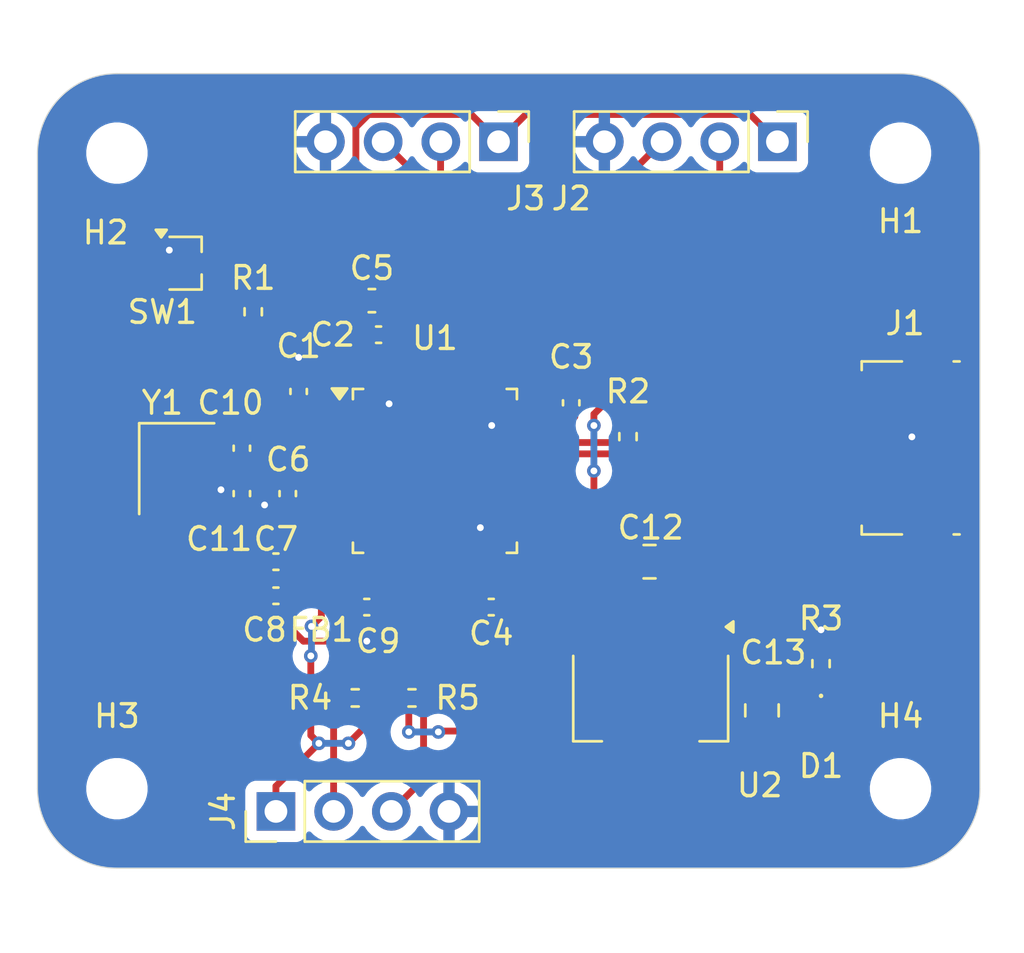
<source format=kicad_pcb>
(kicad_pcb (version 20240108) (generator "pcbnew") (generator_version "8.0")
  (layers (0 "F.Cu" signal) (31 "B.Cu" power) (34 "B.Paste" user) (35 "F.Paste" user) (36 "B.SilkS" user "B.Silkscreen") (37 "F.SilkS" user "F.Silkscreen") (38 "B.Mask" user) (39 "F.Mask" user) (44 "Edge.Cuts" user))
  (net 0 "")
  (net 1 "+3.3V")
  (net 2 "GND")
  (net 3 "+3.3VA")
  (net 4 "/NRST")
  (net 5 "/HSE_IN")
  (net 6 "/HSE_OUT")
  (net 7 "VBUS")
  (net 8 "/PWR_LED_K")
  (net 13 "/USB_D+")
  (net 16 "/USB_D-")
  (net 18 "/SWDIO")
  (net 19 "/SWCLK")
  (net 20 "/USART1_RX")
  (net 21 "/USART1_TX")
  (net 22 "/I2C2_SDA")
  (net 23 "/I2C2_SCL")
  (net 24 "Net-(U1-BOOT0)")
  (net 25 "/SW_BOOT0")
  (footprint "Package_QFP:LQFP-48_7x7mm_P0.5mm" (layer "F.Cu") (at 64 84.5)
    (property "Reference" "U1" (at 0 -5.85 0) (layer "F.SilkS"))
    (property "Value" "STM32F103C8T6")
    (fp_line (start -3.61 -3.61) (end -3.61 -3.16) (stroke (width 0.12)) (layer "F.SilkS"))
    (fp_line (start -3.61 3.61) (end -3.61 3.16) (stroke (width 0.12)) (layer "F.SilkS"))
    (fp_line (start -3.16 -3.61) (end -3.61 -3.61) (stroke (width 0.12)) (layer "F.SilkS"))
    (fp_line (start -3.16 3.61) (end -3.61 3.61) (stroke (width 0.12)) (layer "F.SilkS"))
    (fp_line (start 3.16 -3.61) (end 3.61 -3.61) (stroke (width 0.12)) (layer "F.SilkS"))
    (fp_line (start 3.16 3.61) (end 3.61 3.61) (stroke (width 0.12)) (layer "F.SilkS"))
    (fp_line (start 3.61 -3.61) (end 3.61 -3.16) (stroke (width 0.12)) (layer "F.SilkS"))
    (fp_line (start 3.61 3.61) (end 3.61 3.16) (stroke (width 0.12)) (layer "F.SilkS"))
    (fp_poly (pts (xy -4.2 -3.16) (xy -4.54 -3.63) (xy -3.86 -3.63) (xy -4.2 -3.16)) (stroke (width 0.12)) (fill solid) (layer "F.SilkS"))
    (pad "1" smd roundrect (at -4.1625 -2.75) (size 1.475 0.3) (layers "F.Cu" "F.Paste" "F.Mask") (net 1 "+3.3V"))
    (pad "2" smd roundrect (at -4.1625 -2.25) (size 1.475 0.3) (layers "F.Cu" "F.Paste" "F.Mask"))
    (pad "3" smd roundrect (at -4.1625 -1.75) (size 1.475 0.3) (layers "F.Cu" "F.Paste" "F.Mask"))
    (pad "4" smd roundrect (at -4.1625 -1.25) (size 1.475 0.3) (layers "F.Cu" "F.Paste" "F.Mask"))
    (pad "5" smd roundrect (at -4.1625 -0.75) (size 1.475 0.3) (layers "F.Cu" "F.Paste" "F.Mask") (net 5 "/HSE_IN"))
    (pad "6" smd roundrect (at -4.1625 -0.25) (size 1.475 0.3) (layers "F.Cu" "F.Paste" "F.Mask") (net 6 "/HSE_OUT"))
    (pad "7" smd roundrect (at -4.1625 0.25) (size 1.475 0.3) (layers "F.Cu" "F.Paste" "F.Mask") (net 4 "/NRST"))
    (pad "8" smd roundrect (at -4.1625 0.75) (size 1.475 0.3) (layers "F.Cu" "F.Paste" "F.Mask") (net 2 "GND"))
    (pad "9" smd roundrect (at -4.1625 1.25) (size 1.475 0.3) (layers "F.Cu" "F.Paste" "F.Mask") (net 3 "+3.3VA"))
    (pad "10" smd roundrect (at -4.1625 1.75) (size 1.475 0.3) (layers "F.Cu" "F.Paste" "F.Mask"))
    (pad "11" smd roundrect (at -4.1625 2.25) (size 1.475 0.3) (layers "F.Cu" "F.Paste" "F.Mask"))
    (pad "12" smd roundrect (at -4.1625 2.75) (size 1.475 0.3) (layers "F.Cu" "F.Paste" "F.Mask"))
    (pad "13" smd roundrect (at -2.75 4.1625) (size 0.3 1.475) (layers "F.Cu" "F.Paste" "F.Mask"))
    (pad "14" smd roundrect (at -2.25 4.1625) (size 0.3 1.475) (layers "F.Cu" "F.Paste" "F.Mask"))
    (pad "15" smd roundrect (at -1.75 4.1625) (size 0.3 1.475) (layers "F.Cu" "F.Paste" "F.Mask"))
    (pad "16" smd roundrect (at -1.25 4.1625) (size 0.3 1.475) (layers "F.Cu" "F.Paste" "F.Mask"))
    (pad "17" smd roundrect (at -0.75 4.1625) (size 0.3 1.475) (layers "F.Cu" "F.Paste" "F.Mask"))
    (pad "18" smd roundrect (at -0.25 4.1625) (size 0.3 1.475) (layers "F.Cu" "F.Paste" "F.Mask"))
    (pad "19" smd roundrect (at 0.25 4.1625) (size 0.3 1.475) (layers "F.Cu" "F.Paste" "F.Mask"))
    (pad "20" smd roundrect (at 0.75 4.1625) (size 0.3 1.475) (layers "F.Cu" "F.Paste" "F.Mask"))
    (pad "21" smd roundrect (at 1.25 4.1625) (size 0.3 1.475) (layers "F.Cu" "F.Paste" "F.Mask") (net 23 "/I2C2_SCL"))
    (pad "22" smd roundrect (at 1.75 4.1625) (size 0.3 1.475) (layers "F.Cu" "F.Paste" "F.Mask") (net 22 "/I2C2_SDA"))
    (pad "23" smd roundrect (at 2.25 4.1625) (size 0.3 1.475) (layers "F.Cu" "F.Paste" "F.Mask") (net 2 "GND"))
    (pad "24" smd roundrect (at 2.75 4.1625) (size 0.3 1.475) (layers "F.Cu" "F.Paste" "F.Mask") (net 1 "+3.3V"))
    (pad "25" smd roundrect (at 4.1625 2.75) (size 1.475 0.3) (layers "F.Cu" "F.Paste" "F.Mask"))
    (pad "26" smd roundrect (at 4.1625 2.25) (size 1.475 0.3) (layers "F.Cu" "F.Paste" "F.Mask"))
    (pad "27" smd roundrect (at 4.1625 1.75) (size 1.475 0.3) (layers "F.Cu" "F.Paste" "F.Mask"))
    (pad "28" smd roundrect (at 4.1625 1.25) (size 1.475 0.3) (layers "F.Cu" "F.Paste" "F.Mask"))
    (pad "29" smd roundrect (at 4.1625 0.75) (size 1.475 0.3) (layers "F.Cu" "F.Paste" "F.Mask"))
    (pad "30" smd roundrect (at 4.1625 0.25) (size 1.475 0.3) (layers "F.Cu" "F.Paste" "F.Mask"))
    (pad "31" smd roundrect (at 4.1625 -0.25) (size 1.475 0.3) (layers "F.Cu" "F.Paste" "F.Mask"))
    (pad "32" smd roundrect (at 4.1625 -0.75) (size 1.475 0.3) (layers "F.Cu" "F.Paste" "F.Mask") (net 16 "/USB_D-"))
    (pad "33" smd roundrect (at 4.1625 -1.25) (size 1.475 0.3) (layers "F.Cu" "F.Paste" "F.Mask") (net 13 "/USB_D+"))
    (pad "34" smd roundrect (at 4.1625 -1.75) (size 1.475 0.3) (layers "F.Cu" "F.Paste" "F.Mask") (net 18 "/SWDIO"))
    (pad "35" smd roundrect (at 4.1625 -2.25) (size 1.475 0.3) (layers "F.Cu" "F.Paste" "F.Mask") (net 2 "GND"))
    (pad "36" smd roundrect (at 4.1625 -2.75) (size 1.475 0.3) (layers "F.Cu" "F.Paste" "F.Mask") (net 1 "+3.3V"))
    (pad "37" smd roundrect (at 2.75 -4.1625) (size 0.3 1.475) (layers "F.Cu" "F.Paste" "F.Mask") (net 19 "/SWCLK"))
    (pad "38" smd roundrect (at 2.25 -4.1625) (size 0.3 1.475) (layers "F.Cu" "F.Paste" "F.Mask"))
    (pad "39" smd roundrect (at 1.75 -4.1625) (size 0.3 1.475) (layers "F.Cu" "F.Paste" "F.Mask"))
    (pad "40" smd roundrect (at 1.25 -4.1625) (size 0.3 1.475) (layers "F.Cu" "F.Paste" "F.Mask"))
    (pad "41" smd roundrect (at 0.75 -4.1625) (size 0.3 1.475) (layers "F.Cu" "F.Paste" "F.Mask"))
    (pad "42" smd roundrect (at 0.25 -4.1625) (size 0.3 1.475) (layers "F.Cu" "F.Paste" "F.Mask") (net 21 "/USART1_TX"))
    (pad "43" smd roundrect (at -0.25 -4.1625) (size 0.3 1.475) (layers "F.Cu" "F.Paste" "F.Mask") (net 20 "/USART1_RX"))
    (pad "44" smd roundrect (at -0.75 -4.1625) (size 0.3 1.475) (layers "F.Cu" "F.Paste" "F.Mask") (net 24 "Net-(U1-BOOT0)"))
    (pad "45" smd roundrect (at -1.25 -4.1625) (size 0.3 1.475) (layers "F.Cu" "F.Paste" "F.Mask"))
    (pad "46" smd roundrect (at -1.75 -4.1625) (size 0.3 1.475) (layers "F.Cu" "F.Paste" "F.Mask"))
    (pad "47" smd roundrect (at -2.25 -4.1625) (size 0.3 1.475) (layers "F.Cu" "F.Paste" "F.Mask") (net 2 "GND"))
    (pad "48" smd roundrect (at -2.75 -4.1625) (size 0.3 1.475) (layers "F.Cu" "F.Paste" "F.Mask") (net 1 "+3.3V"))
  )
  (footprint "Resistor_SMD:R_0402_1005Metric" (layer "F.Cu") (at 60.49 94.5 180)
    (property "Reference" "R4" (at 1.99 0 360) (layer "F.SilkS"))
    (property "Value" "1k5")
    (fp_line (start -0.153641 0.38) (end 0.153641 0.38) (stroke (width 0.12)) (layer "F.SilkS"))
    (fp_line (start -0.153641 -0.38) (end 0.153641 -0.38) (stroke (width 0.12)) (layer "F.SilkS"))
    (pad "1" smd roundrect (at -0.51 0 180) (size 0.54 0.64) (layers "F.Cu" "F.Paste" "F.Mask") (net 1 "+3.3V"))
    (pad "2" smd roundrect (at 0.51 0 180) (size 0.54 0.64) (layers "F.Cu" "F.Paste" "F.Mask") (net 23 "/I2C2_SCL"))
  )
  (footprint "LED_SMD:LED_0402_1005Metric" (layer "F.Cu") (at 81 95.5 -90)
    (property "Reference" "D1" (at 2 0 180) (layer "F.SilkS"))
    (property "Value" "LED")
    (fp_circle (center -1.09 0) (end -1.04 0) (stroke (width 0.1)) (fill none) (layer "F.SilkS"))
    (pad "1" smd roundrect (at -0.485 0 270) (size 0.59 0.64) (layers "F.Cu" "F.Paste" "F.Mask") (net 8 "/PWR_LED_K"))
    (pad "2" smd roundrect (at 0.485 0 270) (size 0.59 0.64) (layers "F.Cu" "F.Paste" "F.Mask") (net 1 "+3.3V"))
  )
  (footprint "Resistor_SMD:R_0402_1005Metric" (layer "F.Cu") (at 81 92.99 90)
    (property "Reference" "R3" (at 1.99 0 180) (layer "F.SilkS"))
    (property "Value" "1k5")
    (fp_line (start -0.153641 -0.38) (end 0.153641 -0.38) (stroke (width 0.12)) (layer "F.SilkS"))
    (fp_line (start -0.153641 0.38) (end 0.153641 0.38) (stroke (width 0.12)) (layer "F.SilkS"))
    (pad "1" smd roundrect (at -0.51 0 90) (size 0.54 0.64) (layers "F.Cu" "F.Paste" "F.Mask") (net 8 "/PWR_LED_K"))
    (pad "2" smd roundrect (at 0.51 0 90) (size 0.54 0.64) (layers "F.Cu" "F.Paste" "F.Mask") (net 2 "GND"))
  )
  (footprint "Inductor_SMD:L_0402_1005Metric" (layer "F.Cu") (at 59 89.015 -90)
    (property "Reference" "FB1" (at 2.485 0 180) (layer "F.SilkS"))
    (property "Value" "120R")
    (pad "1" smd roundrect (at -0.485 0 270) (size 0.59 0.64) (layers "F.Cu" "F.Paste" "F.Mask") (net 3 "+3.3VA"))
    (pad "2" smd roundrect (at 0.485 0 270) (size 0.59 0.64) (layers "F.Cu" "F.Paste" "F.Mask") (net 1 "+3.3V"))
  )
  (footprint "Connector_PinHeader_2.54mm:PinHeader_1x04_P2.54mm_Vertical" (layer "F.Cu") (at 57 99.5 90)
    (property "Reference" "J4" (at 0 -2.33 90) (layer "F.SilkS"))
    (property "Value" "Conn_01x04_Pin")
    (fp_line (start -1.33 -1.33) (end 0 -1.33) (stroke (width 0.12)) (layer "F.SilkS"))
    (fp_line (start -1.33 0) (end -1.33 -1.33) (stroke (width 0.12)) (layer "F.SilkS"))
    (fp_line (start 1.33 1.27) (end 1.33 8.95) (stroke (width 0.12)) (layer "F.SilkS"))
    (fp_line (start -1.33 1.27) (end 1.33 1.27) (stroke (width 0.12)) (layer "F.SilkS"))
    (fp_line (start -1.33 1.27) (end -1.33 8.95) (stroke (width 0.12)) (layer "F.SilkS"))
    (fp_line (start -1.33 8.95) (end 1.33 8.95) (stroke (width 0.12)) (layer "F.SilkS"))
    (pad "1" thru_hole rect (at 0 0 90) (size 1.7 1.7) (drill 1) (layers "*.Cu" "*.Mask") (net 1 "+3.3V"))
    (pad "2" thru_hole oval (at 0 2.54 90) (size 1.7 1.7) (drill 1) (layers "*.Cu" "*.Mask") (net 23 "/I2C2_SCL"))
    (pad "3" thru_hole oval (at 0 5.08 90) (size 1.7 1.7) (drill 1) (layers "*.Cu" "*.Mask") (net 22 "/I2C2_SDA"))
    (pad "4" thru_hole oval (at 0 7.62 90) (size 1.7 1.7) (drill 1) (layers "*.Cu" "*.Mask") (net 2 "GND"))
  )
  (footprint "Connector_PinHeader_2.54mm:PinHeader_1x04_P2.54mm_Vertical" (layer "F.Cu") (at 66.8 70 -90)
    (property "Reference" "J3" (at 2.5 -1.2 180) (layer "F.SilkS"))
    (property "Value" "Conn_01x04_Pin")
    (fp_line (start -1.33 8.95) (end 1.33 8.95) (stroke (width 0.12)) (layer "F.SilkS"))
    (fp_line (start -1.33 1.27) (end -1.33 8.95) (stroke (width 0.12)) (layer "F.SilkS"))
    (fp_line (start -1.33 1.27) (end 1.33 1.27) (stroke (width 0.12)) (layer "F.SilkS"))
    (fp_line (start 1.33 1.27) (end 1.33 8.95) (stroke (width 0.12)) (layer "F.SilkS"))
    (fp_line (start -1.33 0) (end -1.33 -1.33) (stroke (width 0.12)) (layer "F.SilkS"))
    (fp_line (start -1.33 -1.33) (end 0 -1.33) (stroke (width 0.12)) (layer "F.SilkS"))
    (pad "1" thru_hole rect (at 0 0 270) (size 1.7 1.7) (drill 1) (layers "*.Cu" "*.Mask") (net 1 "+3.3V"))
    (pad "2" thru_hole oval (at 0 2.54 270) (size 1.7 1.7) (drill 1) (layers "*.Cu" "*.Mask") (net 21 "/USART1_TX"))
    (pad "3" thru_hole oval (at 0 5.08 270) (size 1.7 1.7) (drill 1) (layers "*.Cu" "*.Mask") (net 20 "/USART1_RX"))
    (pad "4" thru_hole oval (at 0 7.62 270) (size 1.7 1.7) (drill 1) (layers "*.Cu" "*.Mask") (net 2 "GND"))
  )
  (footprint "Capacitor_SMD:C_0805_2012Metric" (layer "F.Cu") (at 73.45 88.5)
    (property "Reference" "C12" (at 0.05 -1.5 360) (layer "F.SilkS"))
    (property "Value" "22u")
    (fp_line (start -0.261252 -0.735) (end 0.261252 -0.735) (stroke (width 0.12)) (layer "F.SilkS"))
    (fp_line (start -0.261252 0.735) (end 0.261252 0.735) (stroke (width 0.12)) (layer "F.SilkS"))
    (pad "1" smd roundrect (at -0.95 0) (size 1 1.45) (layers "F.Cu" "F.Paste" "F.Mask") (net 7 "VBUS"))
    (pad "2" smd roundrect (at 0.95 0) (size 1 1.45) (layers "F.Cu" "F.Paste" "F.Mask") (net 2 "GND"))
  )
  (footprint "Resistor_SMD:R_0402_1005Metric" (layer "F.Cu") (at 62.99 94.5)
    (property "Reference" "R5" (at 2.01 0 0) (layer "F.SilkS"))
    (property "Value" "1k5")
    (fp_line (start -0.153641 -0.38) (end 0.153641 -0.38) (stroke (width 0.12)) (layer "F.SilkS"))
    (fp_line (start -0.153641 0.38) (end 0.153641 0.38) (stroke (width 0.12)) (layer "F.SilkS"))
    (pad "1" smd roundrect (at -0.51 0) (size 0.54 0.64) (layers "F.Cu" "F.Paste" "F.Mask") (net 1 "+3.3V"))
    (pad "2" smd roundrect (at 0.51 0) (size 0.54 0.64) (layers "F.Cu" "F.Paste" "F.Mask") (net 22 "/I2C2_SDA"))
  )
  (footprint "Connector_PinHeader_2.54mm:PinHeader_1x04_P2.54mm_Vertical" (layer "F.Cu") (at 79.08 70 -90)
    (property "Reference" "J2" (at 2.5 9.08 180) (layer "F.SilkS"))
    (property "Value" "Conn_01x04_Pin")
    (fp_line (start -1.33 8.95) (end 1.33 8.95) (stroke (width 0.12)) (layer "F.SilkS"))
    (fp_line (start -1.33 1.27) (end -1.33 8.95) (stroke (width 0.12)) (layer "F.SilkS"))
    (fp_line (start -1.33 1.27) (end 1.33 1.27) (stroke (width 0.12)) (layer "F.SilkS"))
    (fp_line (start 1.33 1.27) (end 1.33 8.95) (stroke (width 0.12)) (layer "F.SilkS"))
    (fp_line (start -1.33 0) (end -1.33 -1.33) (stroke (width 0.12)) (layer "F.SilkS"))
    (fp_line (start -1.33 -1.33) (end 0 -1.33) (stroke (width 0.12)) (layer "F.SilkS"))
    (pad "1" thru_hole rect (at 0 0 270) (size 1.7 1.7) (drill 1) (layers "*.Cu" "*.Mask") (net 1 "+3.3V"))
    (pad "2" thru_hole oval (at 0 2.54 270) (size 1.7 1.7) (drill 1) (layers "*.Cu" "*.Mask") (net 18 "/SWDIO"))
    (pad "3" thru_hole oval (at 0 5.08 270) (size 1.7 1.7) (drill 1) (layers "*.Cu" "*.Mask") (net 19 "/SWCLK"))
    (pad "4" thru_hole oval (at 0 7.62 270) (size 1.7 1.7) (drill 1) (layers "*.Cu" "*.Mask") (net 2 "GND"))
  )
  (footprint "MountingHole:MountingHole_2.2mm_M2" (layer "F.Cu") (at 50 98.5)
    (property "Reference" "H3" (at 0 -3.2 0) (layer "F.SilkS"))
    (property "Value" "MountingHole")
    (pad "" np_thru_hole circle (at 0 0) (size 2.2 2.2) (drill 2.2) (layers "*.Cu" "*.Mask"))
  )
  (footprint "Connector_USB:USB_Micro-B_Molex_47346-0001" (layer "F.Cu") (at 84.5 83.4875 90)
    (property "Reference" "J1" (at 5.4875 0.2 180) (layer "F.SilkS"))
    (property "Value" "USB_B_Micro")
    (fp_line (start 3.81 -1.71) (end 3.43 -1.71) (stroke (width 0.12)) (layer "F.SilkS"))
    (fp_line (start 3.81 -1.71) (end 3.81 0.06) (stroke (width 0.12)) (layer "F.SilkS"))
    (fp_line (start -3.81 -1.71) (end -3.43 -1.71) (stroke (width 0.12)) (layer "F.SilkS"))
    (fp_line (start -3.81 0.06) (end -3.81 -1.71) (stroke (width 0.12)) (layer "F.SilkS"))
    (fp_line (start 3.81 2.34) (end 3.81 2.6) (stroke (width 0.12)) (layer "F.SilkS"))
    (fp_line (start -3.81 2.6) (end -3.81 2.34) (stroke (width 0.12)) (layer "F.SilkS"))
    (pad "1" smd rect (at -1.3 -1.46 90) (size 0.45 1.38) (layers "F.Cu" "F.Paste" "F.Mask") (net 7 "VBUS"))
    (pad "2" smd rect (at -0.65 -1.46 90) (size 0.45 1.38) (layers "F.Cu" "F.Paste" "F.Mask") (net 16 "/USB_D-"))
    (pad "3" smd rect (at 0 -1.46 90) (size 0.45 1.38) (layers "F.Cu" "F.Paste" "F.Mask") (net 13 "/USB_D+"))
    (pad "4" smd rect (at 0.65 -1.46 90) (size 0.45 1.38) (layers "F.Cu" "F.Paste" "F.Mask"))
    (pad "5" smd rect (at 1.3 -1.46 90) (size 0.45 1.38) (layers "F.Cu" "F.Paste" "F.Mask") (net 2 "GND"))
    (pad "6" smd rect (at -3.375 1.2 90) (size 1.65 1.3) (layers "F.Cu" "F.Paste" "F.Mask"))
    (pad "6" smd rect (at -2.4875 -1.375 90) (size 1.425 1.55) (layers "F.Cu" "F.Paste" "F.Mask"))
    (pad "6" smd rect (at -1.15 1.2 90) (size 1.8 1.9) (layers "F.Cu" "F.Paste" "F.Mask"))
    (pad "6" smd rect (at 1.55 1.2 90) (size 1 1.9) (layers "F.Cu" "F.Paste" "F.Mask"))
    (pad "6" smd rect (at 2.4875 -1.375 90) (size 1.425 1.55) (layers "F.Cu" "F.Paste" "F.Mask"))
    (pad "6" smd rect (at 3.375 1.2 90) (size 1.65 1.3) (layers "F.Cu" "F.Paste" "F.Mask"))
  )
  (footprint "Capacitor_SMD:C_0805_2012Metric" (layer "F.Cu") (at 78.4 95.05 90)
    (property "Reference" "C13" (at 2.55 0.5 180) (layer "F.SilkS"))
    (property "Value" "22u")
    (fp_line (start -0.261252 -0.735) (end 0.261252 -0.735) (stroke (width 0.12)) (layer "F.SilkS"))
    (fp_line (start -0.261252 0.735) (end 0.261252 0.735) (stroke (width 0.12)) (layer "F.SilkS"))
    (pad "1" smd roundrect (at -0.95 0 90) (size 1 1.45) (layers "F.Cu" "F.Paste" "F.Mask") (net 1 "+3.3V"))
    (pad "2" smd roundrect (at 0.95 0 90) (size 1 1.45) (layers "F.Cu" "F.Paste" "F.Mask") (net 2 "GND"))
  )
  (footprint "Package_TO_SOT_SMD:SOT-323_SC-70" (layer "F.Cu") (at 53 75.35)
    (property "Reference" "SW1" (at -1 2.15 360) (layer "F.SilkS"))
    (property "Value" "SW_SPDT")
    (fp_line (start -0.68 -1.16) (end 0.73 -1.16) (stroke (width 0.12)) (layer "F.SilkS"))
    (fp_line (start -0.68 1.16) (end 0.73 1.16) (stroke (width 0.12)) (layer "F.SilkS"))
    (fp_line (start 0.73 -1.16) (end 0.73 -0.5) (stroke (width 0.12)) (layer "F.SilkS"))
    (fp_line (start 0.73 0.5) (end 0.73 1.16) (stroke (width 0.12)) (layer "F.SilkS"))
    (fp_poly (pts (xy -1.05 -1.14) (xy -1.29 -1.47) (xy -0.81 -1.47) (xy -1.05 -1.14)) (stroke (width 0.12)) (fill solid) (layer "F.SilkS"))
    (pad "1" smd roundrect (at -1 -0.65 270) (size 0.45 0.7) (layers "F.Cu" "F.Paste" "F.Mask") (net 2 "GND"))
    (pad "2" smd roundrect (at -1 0.65 270) (size 0.45 0.7) (layers "F.Cu" "F.Paste" "F.Mask") (net 25 "/SW_BOOT0"))
    (pad "3" smd roundrect (at 1 0 270) (size 0.45 0.7) (layers "F.Cu" "F.Paste" "F.Mask") (net 1 "+3.3V"))
  )
  (footprint "MountingHole:MountingHole_2.2mm_M2" (layer "F.Cu") (at 50 70.5)
    (property "Reference" "H2" (at -0.5 3.5 0) (layer "F.SilkS"))
    (property "Value" "MountingHole")
    (pad "" np_thru_hole circle (at 0 0) (size 2.2 2.2) (drill 2.2) (layers "*.Cu" "*.Mask"))
  )
  (footprint "Capacitor_SMD:C_0603_1608Metric" (layer "F.Cu") (at 61.225 77)
    (property "Reference" "C5" (at 0 -1.43 0) (layer "F.SilkS"))
    (property "Value" "10u")
    (fp_line (start -0.14058 -0.51) (end 0.14058 -0.51) (stroke (width 0.12)) (layer "F.SilkS"))
    (fp_line (start -0.14058 0.51) (end 0.14058 0.51) (stroke (width 0.12)) (layer "F.SilkS"))
    (pad "1" smd roundrect (at -0.775 0) (size 0.9 0.95) (layers "F.Cu" "F.Paste" "F.Mask") (net 1 "+3.3V"))
    (pad "2" smd roundrect (at 0.775 0) (size 0.9 0.95) (layers "F.Cu" "F.Paste" "F.Mask") (net 2 "GND"))
  )
  (footprint "Capacitor_SMD:C_0402_1005Metric" (layer "F.Cu") (at 58 81 90)
    (property "Reference" "C1" (at 2 0 180) (layer "F.SilkS"))
    (property "Value" "100n")
    (fp_line (start -0.107836 -0.36) (end 0.107836 -0.36) (stroke (width 0.12)) (layer "F.SilkS"))
    (fp_line (start -0.107836 0.36) (end 0.107836 0.36) (stroke (width 0.12)) (layer "F.SilkS"))
    (pad "1" smd roundrect (at -0.48 0 90) (size 0.56 0.62) (layers "F.Cu" "F.Paste" "F.Mask") (net 1 "+3.3V"))
    (pad "2" smd roundrect (at 0.48 0 90) (size 0.56 0.62) (layers "F.Cu" "F.Paste" "F.Mask") (net 2 "GND"))
  )
  (footprint "Capacitor_SMD:C_0402_1005Metric" (layer "F.Cu") (at 61 90.5)
    (property "Reference" "C9" (at 0.5 1.5 0) (layer "F.SilkS"))
    (property "Value" "100n")
    (fp_line (start -0.107836 -0.36) (end 0.107836 -0.36) (stroke (width 0.12)) (layer "F.SilkS"))
    (fp_line (start -0.107836 0.36) (end 0.107836 0.36) (stroke (width 0.12)) (layer "F.SilkS"))
    (pad "1" smd roundrect (at -0.48 0) (size 0.56 0.62) (layers "F.Cu" "F.Paste" "F.Mask") (net 4 "/NRST"))
    (pad "2" smd roundrect (at 0.48 0) (size 0.56 0.62) (layers "F.Cu" "F.Paste" "F.Mask") (net 2 "GND"))
  )
  (footprint "Capacitor_SMD:C_0402_1005Metric" (layer "F.Cu") (at 57 90 180)
    (property "Reference" "C8" (at 0.5 -1.5 0) (layer "F.SilkS"))
    (property "Value" "1u")
    (fp_line (start -0.107836 0.36) (end 0.107836 0.36) (stroke (width 0.12)) (layer "F.SilkS"))
    (fp_line (start -0.107836 -0.36) (end 0.107836 -0.36) (stroke (width 0.12)) (layer "F.SilkS"))
    (pad "1" smd roundrect (at -0.48 0 180) (size 0.56 0.62) (layers "F.Cu" "F.Paste" "F.Mask") (net 1 "+3.3V"))
    (pad "2" smd roundrect (at 0.48 0 180) (size 0.56 0.62) (layers "F.Cu" "F.Paste" "F.Mask") (net 2 "GND"))
  )
  (footprint "Capacitor_SMD:C_0402_1005Metric" (layer "F.Cu") (at 55.5 85.5 90)
    (property "Reference" "C11" (at -2 -1 180) (layer "F.SilkS"))
    (property "Value" "10p")
    (fp_line (start -0.107836 -0.36) (end 0.107836 -0.36) (stroke (width 0.12)) (layer "F.SilkS"))
    (fp_line (start -0.107836 0.36) (end 0.107836 0.36) (stroke (width 0.12)) (layer "F.SilkS"))
    (pad "1" smd roundrect (at -0.48 0 90) (size 0.56 0.62) (layers "F.Cu" "F.Paste" "F.Mask") (net 6 "/HSE_OUT"))
    (pad "2" smd roundrect (at 0.48 0 90) (size 0.56 0.62) (layers "F.Cu" "F.Paste" "F.Mask") (net 2 "GND"))
  )
  (footprint "Resistor_SMD:R_0402_1005Metric" (layer "F.Cu") (at 72.5 82.99 -90)
    (property "Reference" "R2" (at -1.99 0 180) (layer "F.SilkS"))
    (property "Value" "1k5")
    (fp_line (start -0.153641 0.38) (end 0.153641 0.38) (stroke (width 0.12)) (layer "F.SilkS"))
    (fp_line (start -0.153641 -0.38) (end 0.153641 -0.38) (stroke (width 0.12)) (layer "F.SilkS"))
    (pad "1" smd roundrect (at -0.51 0 270) (size 0.54 0.64) (layers "F.Cu" "F.Paste" "F.Mask") (net 1 "+3.3V"))
    (pad "2" smd roundrect (at 0.51 0 270) (size 0.54 0.64) (layers "F.Cu" "F.Paste" "F.Mask") (net 13 "/USB_D+"))
  )
  (footprint "Resistor_SMD:R_0402_1005Metric" (layer "F.Cu") (at 56 77.49 -90)
    (property "Reference" "R1" (at -1.49 0 180) (layer "F.SilkS"))
    (property "Value" "10k")
    (fp_line (start -0.153641 0.38) (end 0.153641 0.38) (stroke (width 0.12)) (layer "F.SilkS"))
    (fp_line (start -0.153641 -0.38) (end 0.153641 -0.38) (stroke (width 0.12)) (layer "F.SilkS"))
    (pad "1" smd roundrect (at -0.51 0 270) (size 0.54 0.64) (layers "F.Cu" "F.Paste" "F.Mask") (net 25 "/SW_BOOT0"))
    (pad "2" smd roundrect (at 0.51 0 270) (size 0.54 0.64) (layers "F.Cu" "F.Paste" "F.Mask") (net 24 "Net-(U1-BOOT0)"))
  )
  (footprint "Capacitor_SMD:C_0402_1005Metric" (layer "F.Cu") (at 61.52 78.5)
    (property "Reference" "C2" (at -2.02 0 0) (layer "F.SilkS"))
    (property "Value" "100n")
    (fp_line (start -0.107836 -0.36) (end 0.107836 -0.36) (stroke (width 0.12)) (layer "F.SilkS"))
    (fp_line (start -0.107836 0.36) (end 0.107836 0.36) (stroke (width 0.12)) (layer "F.SilkS"))
    (pad "1" smd roundrect (at -0.48 0) (size 0.56 0.62) (layers "F.Cu" "F.Paste" "F.Mask") (net 1 "+3.3V"))
    (pad "2" smd roundrect (at 0.48 0) (size 0.56 0.62) (layers "F.Cu" "F.Paste" "F.Mask") (net 2 "GND"))
  )
  (footprint "Capacitor_SMD:C_0402_1005Metric" (layer "F.Cu") (at 57.52 85.5 90)
    (property "Reference" "C6" (at 1.5 0.02 360) (layer "F.SilkS"))
    (property "Value" "10n")
    (fp_line (start -0.107836 -0.36) (end 0.107836 -0.36) (stroke (width 0.12)) (layer "F.SilkS"))
    (fp_line (start -0.107836 0.36) (end 0.107836 0.36) (stroke (width 0.12)) (layer "F.SilkS"))
    (pad "1" smd roundrect (at -0.48 0 90) (size 0.56 0.62) (layers "F.Cu" "F.Paste" "F.Mask") (net 3 "+3.3VA"))
    (pad "2" smd roundrect (at 0.48 0 90) (size 0.56 0.62) (layers "F.Cu" "F.Paste" "F.Mask") (net 2 "GND"))
  )
  (footprint "MountingHole:MountingHole_2.2mm_M2" (layer "F.Cu") (at 84.5 98.5)
    (property "Reference" "H4" (at 0 -3.2 0) (layer "F.SilkS"))
    (property "Value" "MountingHole")
    (pad "" np_thru_hole circle (at 0 0) (size 2.2 2.2) (drill 2.2) (layers "*.Cu" "*.Mask"))
  )
  (footprint "Capacitor_SMD:C_0402_1005Metric" (layer "F.Cu") (at 70 81.5 -90)
    (property "Reference" "C3" (at -2.02 0 180) (layer "F.SilkS"))
    (property "Value" "100n")
    (fp_line (start -0.107836 0.36) (end 0.107836 0.36) (stroke (width 0.12)) (layer "F.SilkS"))
    (fp_line (start -0.107836 -0.36) (end 0.107836 -0.36) (stroke (width 0.12)) (layer "F.SilkS"))
    (pad "1" smd roundrect (at -0.48 0 270) (size 0.56 0.62) (layers "F.Cu" "F.Paste" "F.Mask") (net 1 "+3.3V"))
    (pad "2" smd roundrect (at 0.48 0 270) (size 0.56 0.62) (layers "F.Cu" "F.Paste" "F.Mask") (net 2 "GND"))
  )
  (footprint "MountingHole:MountingHole_2.2mm_M2" (layer "F.Cu") (at 84.5 70.5)
    (property "Reference" "H1" (at 0 3 0) (layer "F.SilkS"))
    (property "Value" "MountingHole")
    (pad "" np_thru_hole circle (at 0 0) (size 2.2 2.2) (drill 2.2) (layers "*.Cu" "*.Mask"))
  )
  (footprint "Package_TO_SOT_SMD:SOT-223-3_TabPin2" (layer "F.Cu") (at 73.5 94.5 -90)
    (property "Reference" "U2" (at 3.85 -4.8 360) (layer "F.SilkS"))
    (property "Value" "AMS1117-3.3")
    (fp_line (start -1.85 3.41) (end 1.91 3.41) (stroke (width 0.12)) (layer "F.SilkS"))
    (fp_line (start 1.91 3.41) (end 1.91 2.15) (stroke (width 0.12)) (layer "F.SilkS"))
    (fp_line (start -1.85 -3.41) (end 1.91 -3.41) (stroke (width 0.12)) (layer "F.SilkS"))
    (fp_line (start 1.91 -3.41) (end 1.91 -2.15) (stroke (width 0.12)) (layer "F.SilkS"))
    (fp_poly (pts (xy -3.13 -3.31) (xy -3.37 -3.64) (xy -2.89 -3.64) (xy -3.13 -3.31)) (stroke (width 0.12)) (fill solid) (layer "F.SilkS"))
    (pad "1" smd roundrect (at -3.15 -2.3 270) (size 2 1.5) (layers "F.Cu" "F.Paste" "F.Mask") (net 2 "GND"))
    (pad "2" smd roundrect (at -3.15 0 270) (size 2 1.5) (layers "F.Cu" "F.Paste" "F.Mask") (net 1 "+3.3V"))
    (pad "2" smd roundrect (at 3.15 0 270) (size 2 3.8) (layers "F.Cu" "F.Paste" "F.Mask") (net 1 "+3.3V"))
    (pad "3" smd roundrect (at -3.15 2.3 270) (size 2 1.5) (layers "F.Cu" "F.Paste" "F.Mask") (net 7 "VBUS"))
  )
  (footprint "Capacitor_SMD:C_0402_1005Metric" (layer "F.Cu") (at 55.5 83.5 90)
    (property "Reference" "C10" (at 2 -0.5 180) (layer "F.SilkS"))
    (property "Value" "10p")
    (fp_line (start -0.107836 -0.36) (end 0.107836 -0.36) (stroke (width 0.12)) (layer "F.SilkS"))
    (fp_line (start -0.107836 0.36) (end 0.107836 0.36) (stroke (width 0.12)) (layer "F.SilkS"))
    (pad "1" smd roundrect (at -0.48 0 90) (size 0.56 0.62) (layers "F.Cu" "F.Paste" "F.Mask") (net 5 "/HSE_IN"))
    (pad "2" smd roundrect (at 0.48 0 90) (size 0.56 0.62) (layers "F.Cu" "F.Paste" "F.Mask") (net 2 "GND"))
  )
  (footprint "Capacitor_SMD:C_0402_1005Metric" (layer "F.Cu") (at 57 88.5 180)
    (property "Reference" "C7" (at 0 1 0) (layer "F.SilkS"))
    (property "Value" "1u")
    (fp_line (start -0.107836 0.36) (end 0.107836 0.36) (stroke (width 0.12)) (layer "F.SilkS"))
    (fp_line (start -0.107836 -0.36) (end 0.107836 -0.36) (stroke (width 0.12)) (layer "F.SilkS"))
    (pad "1" smd roundrect (at -0.48 0 180) (size 0.56 0.62) (layers "F.Cu" "F.Paste" "F.Mask") (net 3 "+3.3VA"))
    (pad "2" smd roundrect (at 0.48 0 180) (size 0.56 0.62) (layers "F.Cu" "F.Paste" "F.Mask") (net 2 "GND"))
  )
  (footprint "Capacitor_SMD:C_0402_1005Metric" (layer "F.Cu") (at 66.48 90.5 180)
    (property "Reference" "C4" (at 0 -1.16 0) (layer "F.SilkS"))
    (property "Value" "100n")
    (fp_line (start -0.107836 0.36) (end 0.107836 0.36) (stroke (width 0.12)) (layer "F.SilkS"))
    (fp_line (start -0.107836 -0.36) (end 0.107836 -0.36) (stroke (width 0.12)) (layer "F.SilkS"))
    (pad "1" smd roundrect (at -0.48 0 180) (size 0.56 0.62) (layers "F.Cu" "F.Paste" "F.Mask") (net 1 "+3.3V"))
    (pad "2" smd roundrect (at 0.48 0 180) (size 0.56 0.62) (layers "F.Cu" "F.Paste" "F.Mask") (net 2 "GND"))
  )
  (footprint "Crystal:Crystal_SMD_3225-4Pin_3.2x2.5mm" (layer "F.Cu") (at 52.63 84.4 -90)
    (property "Reference" "Y1" (at -2.9 0.63 180) (layer "F.SilkS"))
    (property "Value" "16MHz")
    (fp_line (start -2 1.65) (end 2 1.65) (stroke (width 0.12)) (layer "F.SilkS"))
    (fp_line (start -2 -1.65) (end -2 1.65) (stroke (width 0.12)) (layer "F.SilkS"))
    (pad "1" smd rect (at -1.1 0.85 270) (size 1.4 1.2) (layers "F.Cu" "F.Paste" "F.Mask") (net 5 "/HSE_IN"))
    (pad "2" smd rect (at 1.1 0.85 270) (size 1.4 1.2) (layers "F.Cu" "F.Paste" "F.Mask") (net 2 "GND"))
    (pad "3" smd rect (at 1.1 -0.85 270) (size 1.4 1.2) (layers "F.Cu" "F.Paste" "F.Mask") (net 6 "/HSE_OUT"))
    (pad "4" smd rect (at -1.1 -0.85 270) (size 1.4 1.2) (layers "F.Cu" "F.Paste" "F.Mask") (net 2 "GND"))
  )
  (gr_line (start 84.5 67) (end 50 67) (stroke (width 0.05)) (layer "Edge.Cuts"))
  (gr_line (start 50 102) (end 84.5 102) (stroke (width 0.05)) (layer "Edge.Cuts"))
  (gr_arc (start 46.5 70.5) (mid 47.525126 68.025126) (end 50 67) (stroke (width 0.05)) (layer "Edge.Cuts"))
  (gr_line (start 88 98.5) (end 88 70.5) (stroke (width 0.05)) (layer "Edge.Cuts"))
  (gr_arc (start 88 98.5) (mid 86.974874 100.974874) (end 84.5 102) (stroke (width 0.05)) (layer "Edge.Cuts"))
  (gr_arc (start 84.5 67) (mid 86.974874 68.025126) (end 88 70.5) (stroke (width 0.05)) (layer "Edge.Cuts"))
  (gr_line (start 46.5 70.5) (end 46.5 98.5) (stroke (width 0.05)) (layer "Edge.Cuts"))
  (gr_arc (start 50 102) (mid 47.525126 100.974874) (end 46.5 98.5) (stroke (width 0.05)) (layer "Edge.Cuts"))
  (segment (start 77.88 68.8) (end 79.08 70) (width 0.3) (layer "F.Cu") (net 1))
  (segment (start 62.85 96) (end 62.85 94.87) (width 0.3) (layer "F.Cu") (net 1))
  (segment (start 61.25 79.5) (end 61.04 79.29) (width 0.3) (layer "F.Cu") (net 1))
  (segment (start 60.19 96.5) (end 61 95.69) (width 0.3) (layer "F.Cu") (net 1))
  (segment (start 68.1625 81.75) (end 69.223154 81.75) (width 0.3) (layer "F.Cu") (net 1))
  (segment (start 73.5 91.35) (end 73.5 97.65) (width 0.3) (layer "F.Cu") (net 1))
  (segment (start 66.96 95.96) (end 66.96 90.5) (width 0.3) (layer "F.Cu") (net 1))
  (segment (start 58.89 96.5) (end 57 98.39) (width 0.3) (layer "F.Cu") (net 1))
  (segment (start 61.04 78.5) (end 61 78.5) (width 0.3) (layer "F.Cu") (net 1))
  (segment (start 58.98 81.48) (end 58 81.48) (width 0.3) (layer "F.Cu") (net 1))
  (segment (start 62.597359 83.669239) (end 66.75 83.669239) (width 0.3) (layer "F.Cu") (net 1))
  (segment (start 51.3 76.307192) (end 53.612808 78.62) (width 0.3) (layer "F.Cu") (net 1))
  (segment (start 66.75 88.6625) (end 66.75 83.669239) (width 0.3) (layer "F.Cu") (net 1))
  (segment (start 61 95.69) (end 61 94.5) (width 0.3) (layer "F.Cu") (net 1))
  (segment (start 55.610366 78.62) (end 54 77.009634) (width 0.3) (layer "F.Cu") (net 1))
  (segment (start 61.25 80.3375) (end 61.25 79.5) (width 0.3) (layer "F.Cu") (net 1))
  (segment (start 71 82) (end 71 82.5) (width 0.3) (layer "F.Cu") (net 1))
  (segment (start 71.51 81.49) (end 72.5 82.48) (width 0.3) (layer "F.Cu") (net 1))
  (segment (start 64.19 95.96) (end 66.96 95.96) (width 0.3) (layer "F.Cu") (net 1))
  (segment (start 76.75 97.65) (end 78.4 96) (width 0.3) (layer "F.Cu") (net 1))
  (segment (start 60.67812 81.75) (end 59.8375 81.75) (width 0.3) (layer "F.Cu") (net 1))
  (segment (start 59 89.5) (end 59 90.91462) (width 0.3) (layer "F.Cu") (net 1))
  (segment (start 57.98 89.5) (end 57.48 90) (width 0.3) (layer "F.Cu") (net 1))
  (segment (start 58.536117 92.65) (end 58.536117 96.146117) (width 0.3) (layer "F.Cu") (net 1))
  (segment (start 71.51 81.49) (end 71 82) (width 0.3) (layer "F.Cu") (net 1))
  (segment (start 61.077057 68.8) (end 60.52 69.357057) (width 0.3) (layer "F.Cu") (net 1))
  (segment (start 59 89.5) (end 57.98 89.5) (width 0.3) (layer "F.Cu") (net 1))
  (segment (start 69.953154 81.02) (end 70 81.02) (width 0.3) (layer "F.Cu") (net 1))
  (segment (start 61.121556 82.193436) (end 60.67812 81.75) (width 0.3) (layer "F.Cu") (net 1))
  (segment (start 61.121556 82.193436) (end 61.121556 81.306564) (width 0.3) (layer "F.Cu") (net 1))
  (segment (start 51.3 74.392808) (end 51.3 76.307192) (width 0.3) (layer "F.Cu") (net 1))
  (segment (start 71.04 81.02) (end 71.51 81.49) (width 0.3) (layer "F.Cu") (net 1))
  (segment (start 61.04 79.29) (end 61.04 78.5) (width 0.3) (layer "F.Cu") (net 1))
  (segment (start 58.536117 96.146117) (end 58.89 96.5) (width 0.3) (layer "F.Cu") (net 1))
  (segment (start 60.52 69.357057) (end 60.52 72.575) (width 0.3) (layer "F.Cu") (net 1))
  (segment (start 61.121556 82.193436) (end 62.597359 83.669239) (width 0.3) (layer "F.Cu") (net 1))
  (segment (start 60.52 72.575) (end 58.97 74.125) (width 0.3) (layer "F.Cu") (net 1))
  (segment (start 59 81.5) (end 58.98 81.48) (width 0.3) (layer "F.Cu") (net 1))
  (segment (start 66.75 90.29) (end 66.96 90.5) (width 0.3) (layer "F.Cu") (net 1))
  (segment (start 68.65 97.65) (end 73.5 97.65) (width 0.3) (layer "F.Cu") (net 1))
  (segment (start 68.5 97.5) (end 68.65 97.65) (width 0.3) (layer "F.Cu") (net 1))
  (segment (start 60.45 77.95) (end 60.45 77) (width 0.3) (layer "F.Cu") (net 1))
  (segment (start 71 84.5) (end 71 85.75312) (width 0.3) (layer "F.Cu") (net 1))
  (segment (start 65.6 68.8) (end 61.077057 68.8) (width 0.3) (layer "F.Cu") (net 1))
  (segment (start 54 77.009634) (end 54 75.35) (width 0.3) (layer "F.Cu") (net 1))
  (segment (start 78.4 96) (end 80.985 96) (width 0.3) (layer "F.Cu") (net 1))
  (segment (start 58.97 74.125) (end 51.567808 74.125) (width 0.3) (layer "F.Cu") (net 1))
  (segment (start 68 68.8) (end 77.88 68.8) (width 0.3) (layer "F.Cu") (net 1))
  (segment (start 61 78.5) (end 60.45 77.95) (width 0.3) (layer "F.Cu") (net 1))
  (segment (start 68.5 97.5) (end 66.96 95.96) (width 0.3) (layer "F.Cu") (net 1))
  (segment (start 73.5 97.65) (end 76.75 97.65) (width 0.3) (layer "F.Cu") (net 1))
  (segment (start 59 90.91462) (end 58.56462 91.35) (width 0.3) (layer "F.Cu") (net 1))
  (segment (start 61 94.5) (end 62.48 94.5) (width 0.3) (layer "F.Cu") (net 1))
  (segment (start 80.985 96) (end 81 95.985) (width 0.3) (layer "F.Cu") (net 1))
  (segment (start 69.223154 81.75) (end 69.953154 81.02) (width 0.3) (layer "F.Cu") (net 1))
  (segment (start 71 85.75312) (end 68.09062 88.6625) (width 0.3) (layer "F.Cu") (net 1))
  (segment (start 64.15 96) (end 64.19 95.96) (width 0.3) (layer "F.Cu") (net 1))
  (segment (start 66.8 70) (end 65.6 68.8) (width 0.3) (layer "F.Cu") (net 1))
  (segment (start 61.25 81.17812) (end 61.25 80.3375) (width 0.3) (layer "F.Cu") (net 1))
  (segment (start 66.75 88.6625) (end 66.75 90.29) (width 0.3) (layer "F.Cu") (net 1))
  (segment (start 66.8 70) (end 68 68.8) (width 0.3) (layer "F.Cu") (net 1))
  (segment (start 59.5875 81.5) (end 59 81.5) (width 0.3) (layer "F.Cu") (net 1))
  (segment (start 59.8375 81.75) (end 59.5875 81.5) (width 0.3) (layer "F.Cu") (net 1))
  (segment (start 68.09062 88.6625) (end 66.75 88.6625) (width 0.3) (layer "F.Cu") (net 1))
  (segment (start 51.567808 74.125) (end 51.3 74.392808) (width 0.3) (layer "F.Cu") (net 1))
  (segment (start 57 98.39) (end 57 99.5) (width 0.3) (layer "F.Cu") (net 1))
  (segment (start 58.83 78.62) (end 60.45 77) (width 0.3) (layer "F.Cu") (net 1))
  (segment (start 53.612808 78.62) (end 58.83 78.62) (width 0.3) (layer "F.Cu") (net 1))
  (segment (start 70 81.02) (end 71.04 81.02) (width 0.3) (layer "F.Cu") (net 1))
  (segment (start 61.121556 81.306564) (end 61.25 81.17812) (width 0.3) (layer "F.Cu") (net 1))
  (segment (start 58.83 78.62) (end 55.610366 78.62) (width 0.3) (layer "F.Cu") (net 1))
  (segment (start 62.85 94.87) (end 62.48 94.5) (width 0.3) (layer "F.Cu") (net 1))
  (via (at 71 82.5) (size 0.6) (drill 0.3) (layers "F.Cu" "B.Cu") (net 1))
  (via (at 58.56462 91.35) (size 0.6) (drill 0.3) (layers "F.Cu" "B.Cu") (net 1))
  (via (at 64.15 96) (size 0.6) (drill 0.3) (layers "F.Cu" "B.Cu") (net 1))
  (via (at 71 84.5) (size 0.6) (drill 0.3) (layers "F.Cu" "B.Cu") (net 1))
  (via (at 60.19 96.5) (size 0.6) (drill 0.3) (layers "F.Cu" "B.Cu") (net 1))
  (via (at 58.89 96.5) (size 0.6) (drill 0.3) (layers "F.Cu" "B.Cu") (net 1))
  (via (at 58.536117 92.65) (size 0.6) (drill 0.3) (layers "F.Cu" "B.Cu") (net 1))
  (via (at 62.85 96) (size 0.6) (drill 0.3) (layers "F.Cu" "B.Cu") (net 1))
  (segment (start 58.56462 91.35) (end 58.56462 92.621497) (width 0.3) (layer "B.Cu") (net 1))
  (segment (start 60.19 96.5) (end 58.89 96.5) (width 0.3) (layer "B.Cu") (net 1))
  (segment (start 58.56462 92.621497) (end 58.536117 92.65) (width 0.3) (layer "B.Cu") (net 1))
  (segment (start 64.15 96) (end 62.85 96) (width 0.3) (layer "B.Cu") (net 1))
  (segment (start 71 82.5) (end 71 84.5) (width 0.3) (layer "B.Cu") (net 1))
  (segment (start 66.25 88.6625) (end 66.25 87.25) (width 0.3) (layer "F.Cu") (net 2))
  (segment (start 52 74.7) (end 52.230763 74.7) (width 0.3) (layer "F.Cu") (net 2))
  (segment (start 81 92.48) (end 81 91.5) (width 0.3) (layer "F.Cu") (net 2))
  (segment (start 75.8 91.35) (end 75.8 89.9) (width 0.3) (layer "F.Cu") (net 2))
  (segment (start 52.230763 74.7) (end 52.305762 74.774999) (width 0.3) (layer "F.Cu") (net 2))
  (segment (start 70 81.98) (end 69.73 82.25) (width 0.3) (layer "F.Cu") (net 2))
  (segment (start 61.75 81.3104) (end 61.983036 81.543436) (width 0.3) (layer "F.Cu") (net 2))
  (segment (start 66.75 82.25) (end 66.5 82.5) (width 0.3) (layer "F.Cu") (net 2))
  (segment (start 53.48 83) (end 53.48 83.3) (width 0.3) (layer "F.Cu") (net 2))
  (segment (start 83.04 82.1875) (end 84.03 82.1875) (width 0.3) (layer "F.Cu") (net 2))
  (segment (start 57.75 85.25) (end 59.8375 85.25) (width 0.3) (layer "F.Cu") (net 2))
  (segment (start 61.48 91.52) (end 61 92) (width 0.3) (layer "F.Cu") (net 2))
  (segment (start 66.25 87.25) (end 66 87) (width 0.3) (layer "F.Cu") (net 2))
  (segment (start 58 80.52) (end 58 79.5) (width 0.3) (layer "F.Cu") (net 2))
  (segment (start 56.52 90) (end 56.52 90.309999) (width 0.3) (layer "F.Cu") (net 2))
  (segment (start 69.73 82.25) (end 68.1625 82.25) (width 0.3) (layer "F.Cu") (net 2))
  (segment (start 55.5 82.710001) (end 57.690001 80.52) (width 0.3) (layer "F.Cu") (net 2))
  (segment (start 53.48 83.3) (end 55.22 83.3) (width 0.3) (layer "F.Cu") (net 2))
  (segment (start 57.52 85.02) (end 57.75 85.25) (width 0.3) (layer "F.Cu") (net 2))
  (segment (start 84.03 82.1875) (end 84.08 82.2375) (width 0.3) (layer "F.Cu") (net 2))
  (segment (start 57.52 85.02) (end 57.473154 85.02) (width 0.3) (layer "F.Cu") (net 2))
  (segment (start 61.75 80.3375) (end 61.75 79.49688) (width 0.3) (layer "F.Cu") (net 2))
  (segment (start 80.52 92.48) (end 81 92.48) (width 0.3) (layer "F.Cu") (net 2))
  (segment (start 61.48 90.5) (end 61.48 91.52) (width 0.3) (layer "F.Cu") (net 2))
  (segment (start 62 78.5) (end 62 77) (width 0.3) (layer "F.Cu") (net 2))
  (segment (start 62 79.24688) (end 62 78.5) (width 0.3) (layer "F.Cu") (net 2))
  (segment (start 55.22 83.3) (end 55.5 83.02) (width 0.3) (layer "F.Cu") (net 2))
  (segment (start 66 90.5) (end 66.25 90.25) (width 0.3) (layer "F.Cu") (net 2))
  (segment (start 56.52 90) (end 56.52 88.5) (width 0.3) (layer "F.Cu") (net 2))
  (segment (start 84.6125 83) (end 85 83) (width 0.3) (layer "F.Cu") (net 2))
  (segment (start 78.4 94.1) (end 78.9 94.1) (width 0.3) (layer "F.Cu") (net 2))
  (segment (start 54.890002 85.02) (end 54.580002 85.33) (width 0.3) (layer "F.Cu") (net 2))
  (segment (start 78.9 94.1) (end 80.52 92.48) (width 0.3) (layer "F.Cu") (net 2))
  (segment (start 56.5 85.993154) (end 56.5 86) (width 0.3) (layer "F.Cu") (net 2))
  (segment (start 57.690001 80.52) (end 58 80.52) (width 0.3) (layer "F.Cu") (net 2))
  (segment (start 50.83 84.55) (end 50.83 82.25) (width 0.3) (layer "F.Cu") (net 2))
  (segment (start 56.52 90.309999) (end 58.210001 92) (width 0.3) (layer "F.Cu") (net 2))
  (segment (start 52.73 82.25) (end 53.48 83) (width 0.3) (layer "F.Cu") (net 2))
  (segment (start 84.08 82.2375) (end 84.08 82.4675) (width 0.3) (layer "F.Cu") (net 2))
  (segment (start 66.25 90.25) (end 66.25 88.6625) (width 0.3) (layer "F.Cu") (net 2))
  (segment (start 57.473154 85.02) (end 56.5 85.993154) (width 0.3) (layer "F.Cu") (net 2))
  (segment (start 75.8 91.5) (end 78.4 94.1) (width 0.3) (layer "F.Cu") (net 2))
  (segment (start 55.5 85.02) (end 54.890002 85.02) (width 0.3) (layer "F.Cu") (net 2))
  (segment (start 61.75 79.49688) (end 62 79.24688) (width 0.3) (layer "F.Cu") (net 2))
  (segment (start 61.75 80.3375) (end 61.75 81.3104) (width 0.3) (layer "F.Cu") (net 2))
  (segment (start 55.5 83.02) (end 55.5 82.710001) (width 0.3) (layer "F.Cu") (net 2))
  (segment (start 75.8 91.35) (end 75.8 91.5) (width 0.3) (layer "F.Cu") (net 2))
  (segment (start 58.210001 92) (end 61 92) (width 0.3) (layer "F.Cu") (net 2))
  (segment (start 50.83 82.25) (end 52.73 82.25) (width 0.3) (layer "F.Cu") (net 2))
  (segment (start 68.1625 82.25) (end 66.75 82.25) (width 0.3) (layer "F.Cu") (net 2))
  (segment (start 75.8 89.9) (end 74.4 88.5) (width 0.3) (layer "F.Cu") (net 2))
  (segment (start 84.08 82.4675) (end 84.6125 83) (width 0.3) (layer "F.Cu") (net 2))
  (segment (start 51.78 85.5) (end 50.83 84.55) (width 0.3) (layer "F.Cu") (net 2))
  (via (at 54.580002 85.33) (size 0.6) (drill 0.3) (layers "F.Cu" "B.Cu") (net 2))
  (via (at 66.5 82.5) (size 0.6) (drill 0.3) (layers "F.Cu" "B.Cu") (net 2))
  (via (at 58 79.5) (size 0.6) (drill 0.3) (layers "F.Cu" "B.Cu") (net 2))
  (via (at 61 92) (size 0.6) (drill 0.3) (layers "F.Cu" "B.Cu") (net 2))
  (via (at 66 87) (size 0.6) (drill 0.3) (layers "F.Cu" "B.Cu") (net 2))
  (via (at 81 91.5) (size 0.6) (drill 0.3) (layers "F.Cu" "B.Cu") (net 2))
  (via (at 85 83) (size 0.6) (drill 0.3) (layers "F.Cu" "B.Cu") (net 2))
  (via (at 56.5 86) (size 0.6) (drill 0.3) (layers "F.Cu" "B.Cu") (net 2))
  (via (at 52.305762 74.774999) (size 0.6) (drill 0.3) (layers "F.Cu" "B.Cu") (net 2))
  (via (at 61.983036 81.543436) (size 0.6) (drill 0.3) (layers "F.Cu" "B.Cu") (net 2))
  (segment (start 57.75 85.75) (end 57.52 85.98) (width 0.3) (layer "F.Cu") (net 3))
  (segment (start 57.52 88.46) (end 57.48 88.5) (width 0.3) (layer "F.Cu") (net 3))
  (segment (start 58.97 88.5) (end 59 88.53) (width 0.3) (layer "F.Cu") (net 3))
  (segment (start 57.52 85.98) (end 57.52 88.46) (width 0.3) (layer "F.Cu") (net 3))
  (segment (start 59.8375 85.75) (end 57.75 85.75) (width 0.3) (layer "F.Cu") (net 3))
  (segment (start 57.48 88.5) (end 58.97 88.5) (width 0.3) (layer "F.Cu") (net 3))
  (segment (start 60.67812 84.75) (end 61 85.07188) (width 0.3) (layer "F.Cu") (net 4))
  (segment (start 61 87.57188) (end 60.52 88.05188) (width 0.3) (layer "F.Cu") (net 4))
  (segment (start 61 85.07188) (end 61 87.57188) (width 0.3) (layer "F.Cu") (net 4))
  (segment (start 60.52 88.05188) (end 60.52 90.5) (width 0.3) (layer "F.Cu") (net 4))
  (segment (start 59.8375 84.75) (end 60.67812 84.75) (width 0.3) (layer "F.Cu") (net 4))
  (segment (start 51.78 84.3) (end 51.93 84.45) (width 0.3) (layer "F.Cu") (net 5))
  (segment (start 55.73 83.75) (end 55.5 83.98) (width 0.3) (layer "F.Cu") (net 5))
  (segment (start 51.78 83.3) (end 51.78 84.3) (width 0.3) (layer "F.Cu") (net 5))
  (segment (start 59.8375 83.75) (end 55.73 83.75) (width 0.3) (layer "F.Cu") (net 5))
  (segment (start 55.03 84.45) (end 55.5 83.98) (width 0.3) (layer "F.Cu") (net 5))
  (segment (start 51.93 84.45) (end 55.03 84.45) (width 0.3) (layer "F.Cu") (net 5))
  (segment (start 55.5 85.98) (end 53.96 85.98) (width 0.3) (layer "F.Cu") (net 6))
  (segment (start 53.96 85.98) (end 53.48 85.5) (width 0.3) (layer "F.Cu") (net 6))
  (segment (start 59.8375 84.25) (end 57.276846 84.25) (width 0.3) (layer "F.Cu") (net 6))
  (segment (start 55.546846 85.98) (end 55.5 85.98) (width 0.3) (layer "F.Cu") (net 6))
  (segment (start 57.276846 84.25) (end 55.546846 85.98) (width 0.3) (layer "F.Cu") (net 6))
  (segment (start 72.5 88.5) (end 72.5 90.05) (width 0.3) (layer "F.Cu") (net 7))
  (segment (start 72.5 87) (end 73.5 86) (width 0.3) (layer "F.Cu") (net 7))
  (segment (start 72.5 90.05) (end 71.2 91.35) (width 0.3) (layer "F.Cu") (net 7))
  (segment (start 73.5 86) (end 80.5 86) (width 0.3) (layer "F.Cu") (net 7))
  (segment (start 81.7125 84.7875) (end 83.04 84.7875) (width 0.3) (layer "F.Cu") (net 7))
  (segment (start 80.5 86) (end 81.7125 84.7875) (width 0.3) (layer "F.Cu") (net 7))
  (segment (start 72.5 88.5) (end 72.5 87) (width 0.3) (layer "F.Cu") (net 7))
  (segment (start 81 93.5) (end 81 95.015) (width 0.3) (layer "F.Cu") (net 8))
  (segment (start 73.5125 83.4875) (end 83.04 83.4875) (width 0.3) (layer "F.Cu") (net 13))
  (segment (start 73.5 83.5) (end 73.5125 83.4875) (width 0.3) (layer "F.Cu") (net 13))
  (segment (start 68.1625 83.25) (end 72.25 83.25) (width 0.3) (layer "F.Cu") (net 13))
  (segment (start 72.5 83.5) (end 73.5 83.5) (width 0.3) (layer "F.Cu") (net 13))
  (segment (start 72.25 83.25) (end 72.5 83.5) (width 0.3) (layer "F.Cu") (net 13))
  (segment (start 71.740366 83.75) (end 72.127866 84.1375) (width 0.3) (layer "F.Cu") (net 16))
  (segment (start 72.127866 84.1375) (end 83.04 84.1375) (width 0.3) (layer "F.Cu") (net 16))
  (segment (start 68.1625 83.75) (end 71.740366 83.75) (width 0.3) (layer "F.Cu") (net 16))
  (segment (start 67.169239 82.75) (end 66.769239 83.15) (width 0.3) (layer "F.Cu") (net 18))
  (segment (start 68.1625 82.75) (end 67.169239 82.75) (width 0.3) (layer "F.Cu") (net 18))
  (segment (start 76.54 71.88812) (end 76.54 70) (width 0.3) (layer "F.Cu") (net 18))
  (segment (start 65.85 82.230761) (end 66.330761 81.75) (width 0.3) (layer "F.Cu") (net 18))
  (segment (start 65.85 82.85) (end 65.85 82.230761) (width 0.3) (layer "F.Cu") (net 18))
  (segment (start 66.15 83.15) (end 65.85 82.85) (width 0.3) (layer "F.Cu") (net 18))
  (segment (start 66.330761 81.75) (end 66.67812 81.75) (width 0.3) (layer "F.Cu") (net 18))
  (segment (start 66.769239 83.15) (end 66.15 83.15) (width 0.3) (layer "F.Cu") (net 18))
  (segment (start 66.67812 81.75) (end 76.54 71.88812) (width 0.3) (layer "F.Cu") (net 18))
  (segment (start 66.75 80.3375) (end 66.75 77.25) (width 0.3) (layer "F.Cu") (net 19))
  (segment (start 66.75 77.25) (end 74 70) (width 0.3) (layer "F.Cu") (net 19))
  (segment (start 63.75 72.03) (end 61.72 70) (width 0.3) (layer "F.Cu") (net 20))
  (segment (start 63.75 80.3375) (end 63.75 72.03) (width 0.3) (layer "F.Cu") (net 20))
  (segment (start 64.25 70.01) (end 64.25 80.3375) (width 0.3) (layer "F.Cu") (net 21))
  (segment (start 64.26 70) (end 64.25 70.01) (width 0.3) (layer "F.Cu") (net 21))
  (segment (start 65.75 89.743154) (end 65.75 88.6625) (width 0.3) (layer "F.Cu") (net 22))
  (segment (start 63.5 98.08) (end 62.08 99.5) (width 0.3) (layer "F.Cu") (net 22))
  (segment (start 63.5 91.993154) (end 65.75 89.743154) (width 0.3) (layer "F.Cu") (net 22))
  (segment (start 63.5 94.5) (end 63.5 98.08) (width 0.3) (layer "F.Cu") (net 22))
  (segment (start 63.5 94.5) (end 63.5 91.993154) (width 0.3) (layer "F.Cu") (net 22))
  (segment (start 59.54 99.5) (end 59.54 94.94) (width 0.3) (layer "F.Cu") (net 23))
  (segment (start 59.98 94.02) (end 59.98 94.5) (width 0.3) (layer "F.Cu") (net 23))
  (segment (start 65.25 89.50312) (end 64.75312 90) (width 0.3) (layer "F.Cu") (net 23))
  (segment (start 65.25 88.6625) (end 65.25 89.50312) (width 0.3) (layer "F.Cu") (net 23))
  (segment (start 64.75312 90) (end 64 90) (width 0.3) (layer "F.Cu") (net 23))
  (segment (start 64 90) (end 59.98 94.02) (width 0.3) (layer "F.Cu") (net 23))
  (segment (start 59.54 94.94) (end 59.98 94.5) (width 0.3) (layer "F.Cu") (net 23))
  (segment (start 58.825 76.175) (end 57 78) (width 0.3) (layer "F.Cu") (net 24))
  (segment (start 57 78) (end 56 78) (width 0.3) (layer "F.Cu") (net 24))
  (segment (start 63.25 80.3375) (end 63.25 76.955592) (width 0.3) (layer "F.Cu") (net 24))
  (segment (start 63.25 76.955592) (end 62.469408 76.175) (width 0.3) (layer "F.Cu") (net 24))
  (segment (start 62.469408 76.175) (end 58.825 76.175) (width 0.3) (layer "F.Cu") (net 24))
  (segment (start 52 76) (end 53.225 74.775) (width 0.3) (layer "F.Cu") (net 25))
  (segment (start 56 76.342808) (end 56 76.98) (width 0.3) (layer "F.Cu") (net 25))
  (segment (start 54.432192 74.775) (end 56 76.342808) (width 0.3) (layer "F.Cu") (net 25))
  (segment (start 53.225 74.775) (end 54.432192 74.775) (width 0.3) (layer "F.Cu") (net 25))
  (zone (net 2) (net_name "GND") (layer "B.Cu") (connect_pads (clearance 0.5)) (min_thickness 0.25) (fill yes (thermal_gap 0.5) (thermal_bridge_width 0.5))
    (polygon (pts (xy 46.5 67) (xy 88 67) (xy 88 102) (xy 46.5 102)))
  )
)
</source>
